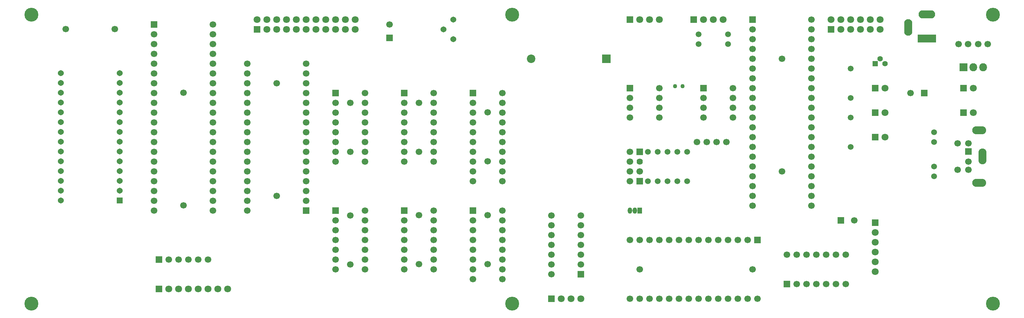
<source format=gbr>
%TF.GenerationSoftware,Novarm,DipTrace,4.3.0.5*%
%TF.CreationDate,2023-08-20T23:12:24+01:00*%
%FSLAX26Y26*%
%MOIN*%
%TF.FileFunction,Soldermask,Bot*%
%TF.Part,Single*%
%ADD17C,0.055118*%
%ADD26R,0.066929X0.066929*%
%ADD27C,0.066929*%
%ADD32C,0.066929*%
%ADD52C,0.043307*%
%ADD61C,0.06063*%
%ADD63C,0.086614*%
%ADD64R,0.086614X0.086614*%
%ADD66O,0.045276X0.062992*%
%ADD68R,0.045276X0.062992*%
%ADD70O,0.078937X0.082677*%
%ADD72R,0.078937X0.082677*%
%ADD74O,0.082677X0.169291*%
%ADD76O,0.169291X0.082677*%
%ADD78R,0.185039X0.082677*%
%ADD80C,0.070866*%
%ADD81O,0.082677X0.161417*%
%ADD83O,0.141732X0.082677*%
%ADD85C,0.06063*%
%ADD87R,0.06063X0.06063*%
%ADD89C,0.070866*%
%ADD90R,0.070866X0.070866*%
%ADD92R,0.055118X0.055118*%
%ADD94C,0.141732*%
%ADD96C,0.063937*%
%ADD98C,0.059055*%
%ADD100C,0.059055*%
G75*
G01*
%LPD*%
D100*
X6977953Y1743699D3*
D98*
Y2043699D3*
D32*
X8493701Y993699D3*
Y693699D3*
D26*
X8193701D3*
D27*
X8293701D3*
X8393701D3*
D32*
X8593701D3*
X8693701D3*
X8793701D3*
Y993699D3*
X8693701D3*
X8593701D3*
X8393701D3*
X8293701D3*
X8193701D3*
D26*
X3293701Y1443699D3*
D27*
Y1543699D3*
Y1643699D3*
Y1743699D3*
Y1843699D3*
Y1943699D3*
Y2043699D3*
Y2143699D3*
Y2243699D3*
Y2343699D3*
Y2443699D3*
Y2543699D3*
Y2643699D3*
Y2743699D3*
Y2843699D3*
Y2943699D3*
X2693701D3*
Y2843699D3*
Y2743699D3*
Y2643699D3*
Y2543699D3*
Y2443699D3*
Y2343699D3*
Y2243699D3*
Y2143699D3*
Y2043699D3*
Y1943699D3*
Y1843699D3*
Y1743699D3*
Y1643699D3*
Y1543699D3*
Y1443699D3*
D100*
X6877953Y2043699D3*
D98*
Y1743699D3*
D26*
X6693701D3*
D32*
Y1843699D3*
D96*
Y1943699D3*
D26*
Y2043699D3*
D32*
X6593701D3*
Y1943699D3*
Y1843699D3*
Y1743699D3*
D26*
X7843504Y3393503D3*
D27*
Y3293503D3*
Y3193503D3*
Y3093503D3*
Y2993503D3*
Y2893503D3*
Y2793503D3*
Y2693503D3*
Y2593503D3*
Y2493503D3*
Y2393503D3*
Y2293503D3*
Y2193503D3*
Y2093503D3*
Y1993503D3*
Y1893503D3*
Y1793503D3*
Y1693503D3*
Y1593503D3*
Y1493503D3*
X8443504D3*
Y1593503D3*
Y1693503D3*
Y1793503D3*
Y1893503D3*
Y1993503D3*
Y2093503D3*
Y2193503D3*
Y2293503D3*
Y2393503D3*
Y2493503D3*
Y2593503D3*
Y2693503D3*
Y2793503D3*
Y2893503D3*
Y2993503D3*
Y3093503D3*
Y3193503D3*
Y3293503D3*
Y3393503D3*
D26*
X9593701Y2643699D3*
D32*
X9455906D3*
D26*
X4143701Y3205904D3*
D32*
Y3343699D3*
D94*
X5393701Y493699D3*
D92*
X9093701Y2943699D3*
D17*
X9143701Y2993699D3*
X9193701Y2943699D3*
D32*
X7277953Y2143699D3*
X7376378D3*
D94*
X493701Y493699D3*
D90*
X7244094Y3393699D3*
D89*
X7344094D3*
X7444094D3*
X7544094D3*
D90*
X2793701Y3293699D3*
D89*
Y3393699D3*
X2893701Y3293699D3*
Y3393699D3*
X2993701Y3293699D3*
Y3393699D3*
X3093701Y3293699D3*
Y3393699D3*
X3193701Y3293699D3*
Y3393699D3*
X3293701Y3293699D3*
Y3393699D3*
X3393701Y3293699D3*
Y3393699D3*
X3493701Y3293699D3*
Y3393699D3*
X3593701Y3293699D3*
Y3393699D3*
X3693701Y3293699D3*
Y3393699D3*
X3793701Y3293699D3*
Y3393699D3*
D26*
X6594094Y2693306D3*
D27*
Y2593306D3*
Y2493306D3*
Y2393306D3*
X6894094D3*
Y2493306D3*
Y2593306D3*
Y2693306D3*
D32*
X3743701Y1393699D3*
Y893699D3*
D26*
X1743504Y3343699D3*
D27*
Y3243699D3*
Y3143699D3*
Y3043699D3*
Y2943699D3*
Y2843699D3*
Y2743699D3*
Y2643699D3*
Y2543699D3*
Y2443699D3*
Y2343699D3*
Y2243699D3*
Y2143699D3*
Y2043699D3*
Y1943699D3*
Y1843699D3*
Y1743699D3*
Y1643699D3*
Y1543699D3*
Y1443699D3*
X2343504D3*
Y1543699D3*
Y1643699D3*
Y1743699D3*
Y1843699D3*
Y1943699D3*
Y2043699D3*
Y2143699D3*
Y2243699D3*
Y2343699D3*
Y2443699D3*
Y2543699D3*
Y2643699D3*
Y2743699D3*
Y2843699D3*
Y2943699D3*
Y3043699D3*
Y3143699D3*
Y3243699D3*
Y3343699D3*
D26*
X8743701Y1343699D3*
D32*
X8881496D3*
D100*
X7593701Y3243701D3*
D98*
X7293701D3*
D32*
X6693701Y843699D3*
X7843701D3*
D100*
X7077953Y2043699D3*
D98*
Y1743699D3*
D32*
X7477953Y2143699D3*
X7576378D3*
D26*
X3593701Y1443699D3*
D27*
Y1343699D3*
Y1243699D3*
Y1143699D3*
Y1043699D3*
Y943699D3*
Y843699D3*
X3893701D3*
Y943699D3*
Y1043699D3*
Y1143699D3*
Y1243699D3*
Y1343699D3*
Y1443699D3*
D94*
X10293701Y3443699D3*
D100*
X8843701Y2893699D3*
D98*
Y2593699D3*
D100*
X9693701Y2243699D3*
D98*
Y2143699D3*
D87*
X1393701Y1544093D3*
D85*
Y1644093D3*
Y1744093D3*
Y1844093D3*
Y1944093D3*
Y2044093D3*
Y2144093D3*
Y2244093D3*
Y2344093D3*
Y2444093D3*
Y2544093D3*
Y2644093D3*
Y2744093D3*
Y2844093D3*
X793701D3*
Y2744093D3*
Y2644093D3*
Y2544093D3*
Y2444093D3*
Y2344093D3*
Y2244093D3*
Y2144093D3*
Y2044093D3*
Y1944093D3*
Y1844093D3*
Y1744093D3*
Y1644093D3*
Y1544093D3*
D32*
X5793701Y1093699D3*
X6093701D3*
D26*
Y793699D3*
D27*
Y893699D3*
Y993699D3*
D32*
Y1193699D3*
Y1293699D3*
Y1393699D3*
X5793701D3*
Y1293699D3*
Y1193699D3*
Y993699D3*
Y893699D3*
Y793699D3*
D90*
X9093701Y2193699D3*
D89*
X9193701D3*
D26*
X10043701Y2045274D3*
D32*
Y1942912D3*
Y2127951D3*
Y1860235D3*
X9933465Y2127951D3*
Y1860235D3*
D83*
X10155906Y1724408D3*
D81*
X10187402Y1994093D3*
D83*
X10155906Y2263778D3*
D100*
X8843701Y2393699D3*
D98*
Y2093699D3*
D100*
X6777953Y2043699D3*
D98*
Y1743699D3*
D32*
X2043701Y2643896D3*
Y1493896D3*
D90*
X8643701Y3293503D3*
D89*
Y3393503D3*
X8743701Y3293503D3*
Y3393503D3*
X8843701Y3293503D3*
Y3393503D3*
X8943701Y3293503D3*
Y3393503D3*
X9043701Y3293503D3*
Y3393503D3*
X9143701Y3293503D3*
Y3393503D3*
D94*
X493701Y3443699D3*
D90*
X9093701Y1318699D3*
D80*
Y1218699D3*
Y1118699D3*
Y1018699D3*
Y918699D3*
Y818699D3*
D32*
X9943701Y3143701D3*
X10042126D3*
D78*
X9619291Y3198130D3*
D76*
Y3446161D3*
D74*
X9430315Y3312303D3*
D32*
X4444094Y1393896D3*
Y893896D3*
D72*
X9993701Y2906495D3*
D70*
X10093701D3*
X10193701D3*
D32*
X5144094Y1393896D3*
Y893896D3*
D26*
X4293701Y1443699D3*
D27*
Y1343699D3*
Y1243699D3*
Y1143699D3*
Y1043699D3*
Y943699D3*
Y843699D3*
X4593701D3*
Y943699D3*
Y1043699D3*
Y1143699D3*
Y1243699D3*
Y1343699D3*
Y1443699D3*
D68*
X6693701Y1443701D3*
D66*
X6643701D3*
X6593701D3*
D100*
X9693701Y1893699D3*
D98*
Y1793699D3*
D32*
X3743701Y2543306D3*
Y2043306D3*
D90*
X9093701Y2443699D3*
D89*
X9193701D3*
D26*
X4293701Y2643699D3*
D27*
Y2543699D3*
Y2443699D3*
Y2343699D3*
Y2243699D3*
Y2143699D3*
Y2043699D3*
Y1943699D3*
X4593701D3*
Y2043699D3*
Y2143699D3*
Y2243699D3*
Y2343699D3*
Y2443699D3*
Y2543699D3*
Y2643699D3*
D64*
X6354331Y2993701D3*
D63*
X5586614D3*
D94*
X10293701Y493699D3*
D100*
X7177953Y2043699D3*
D98*
Y1743699D3*
D26*
X4993701Y2643701D3*
D27*
Y2543701D3*
Y2443701D3*
Y2343701D3*
Y2243701D3*
Y2143701D3*
Y2043701D3*
Y1943701D3*
Y1843701D3*
Y1743701D3*
X5293701D3*
Y1843701D3*
Y1943701D3*
Y2043701D3*
Y2143701D3*
Y2243701D3*
Y2343701D3*
Y2443701D3*
Y2543701D3*
Y2643701D3*
D90*
X1793110Y643699D3*
D89*
X1893110D3*
X1993110D3*
X2093110D3*
X2193110D3*
X2293110D3*
X2393110D3*
X2493110D3*
D90*
X9993701Y2693699D3*
D89*
X10093701D3*
D26*
X7344094Y2693306D3*
D27*
Y2593306D3*
Y2493306D3*
Y2393306D3*
X7644094D3*
Y2493306D3*
Y2593306D3*
Y2693306D3*
D32*
X8143701Y1843699D3*
Y2993699D3*
D26*
X4993701Y1443701D3*
D27*
Y1343701D3*
Y1243701D3*
Y1143701D3*
Y1043701D3*
Y943701D3*
Y843701D3*
Y743701D3*
X5293701D3*
Y843701D3*
Y943701D3*
Y1043701D3*
Y1143701D3*
Y1243701D3*
Y1343701D3*
Y1443701D3*
D90*
X6593701Y3393699D3*
D89*
X6693701D3*
X6793701D3*
X6893701D3*
D32*
X5143307Y2443896D3*
Y1943896D3*
D90*
X9993701Y2443699D3*
D89*
X10093701D3*
D26*
X3593701Y2643699D3*
D27*
Y2543699D3*
Y2443699D3*
Y2343699D3*
Y2243699D3*
Y2143699D3*
Y2043699D3*
Y1943699D3*
X3893701D3*
Y2043699D3*
Y2143699D3*
Y2243699D3*
Y2343699D3*
Y2443699D3*
Y2543699D3*
Y2643699D3*
D32*
X844488Y3294093D3*
X1344488D3*
D61*
X4793898Y3193306D3*
X4693898Y3293306D3*
X4793898Y3393306D3*
D90*
X5793701Y543699D3*
D89*
X5893701D3*
X5993701D3*
X6093701D3*
D100*
X7593701Y3143701D3*
D98*
X7293701D3*
D52*
X7055906Y2711022D3*
X7130709D3*
D26*
X7893701Y1143699D3*
D27*
X7793701D3*
X7693701D3*
X7593701D3*
X7493701D3*
X7393701D3*
X7293701D3*
X7193701D3*
X7093701D3*
X6993701D3*
X6893701D3*
X6793701D3*
X6693701D3*
X6593701D3*
Y543699D3*
X6693701D3*
X6793701D3*
X6893701D3*
X6993701D3*
X7093701D3*
X7193701D3*
X7293701D3*
X7393701D3*
X7493701D3*
X7593701D3*
X7693701D3*
X7793701D3*
X7893701D3*
D26*
X1793701Y943699D3*
D27*
X1893701D3*
X1993701D3*
X2093701D3*
X2193701D3*
X2293701D3*
D32*
X10143701Y3143701D3*
X10242126D3*
X4443701Y2543699D3*
Y2043699D3*
X2993504Y1593699D3*
Y2743699D3*
D94*
X5393701Y3443699D3*
D90*
X9093701Y2693699D3*
D89*
X9193701D3*
M02*

</source>
